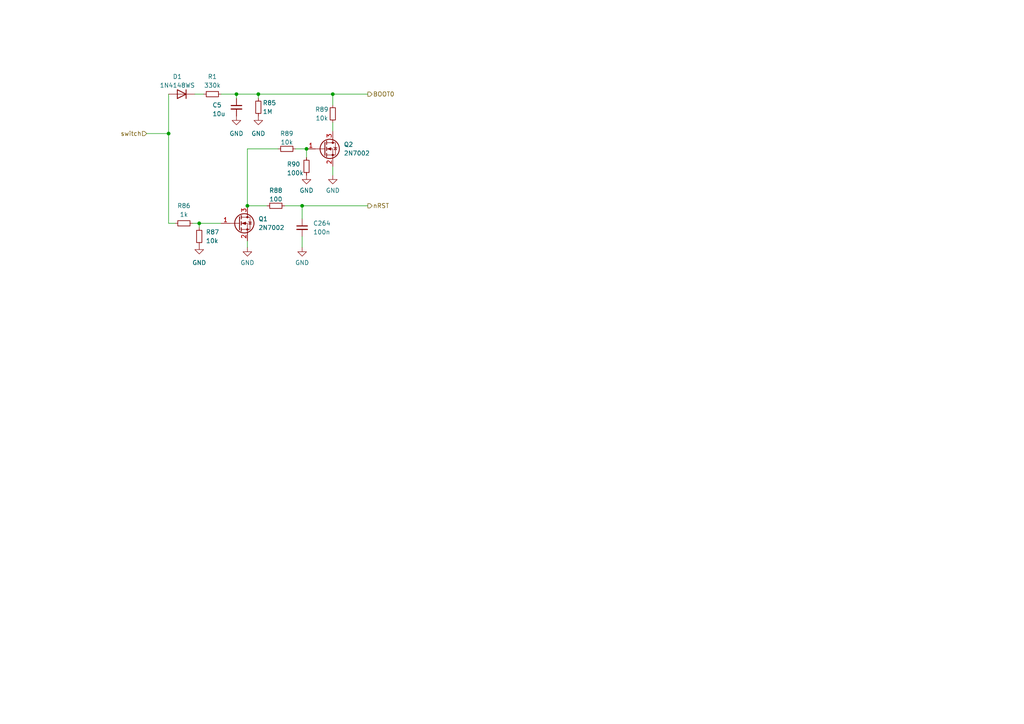
<source format=kicad_sch>
(kicad_sch (version 20230121) (generator eeschema)
  (paper "A4")
  (title_block (title "MoonBoard"))
  (lib_symbols
    (symbol "Device:C_Small" (pin_numbers hide) (pin_names (offset 0.254) hide)
      (property "Reference" "C" (at 0.254 1.778 0))
      (property "Value" "C_Small" (at 0.254 -2.032 0))
      (symbol "C_Small_0_1"
        (polyline (pts (xy -1.524 -0.508) (xy 1.524 -0.508)) (stroke (width 0.3302)))
        (polyline (pts (xy -1.524 0.508) (xy 1.524 0.508)) (stroke (width 0.3048)))
      )
      (symbol "C_Small_1_1"
        (pin passive line (at 0 2.54 270) (length 2.032) (name "~") (number "1"))
        (pin passive line (at 0 -2.54 90) (length 2.032) (name "~") (number "2"))
      )
    )
    (symbol "Device:R_Small" (pin_numbers hide) (pin_names (offset 0.254) hide)
      (property "Reference" "R" (at 0.762 0.508 0))
      (property "Value" "R_Small" (at 0.762 -1.016 0))
      (symbol "R_Small_0_1"
        (rectangle (start -0.762 1.778) (end 0.762 -1.778) (stroke (width 0.2032)))
      )
      (symbol "R_Small_1_1"
        (pin passive line (at 0 2.54 270) (length 0.762) (name "~") (number "1"))
        (pin passive line (at 0 -2.54 90) (length 0.762) (name "~") (number "2"))
      )
    )
    (symbol "Diode:1N4148WS" (pin_numbers hide) (pin_names hide)
      (property "Reference" "D" (at 0 2.54 0))
      (property "Value" "1N4148WS" (at 0 -2.54 0))
      (symbol "1N4148WS_0_1"
        (polyline (pts (xy -1.27 1.27) (xy -1.27 -1.27)) (stroke (width 0.254)))
        (polyline (pts (xy 1.27 0) (xy -1.27 0)))
        (polyline (pts (xy 1.27 1.27) (xy 1.27 -1.27) (xy -1.27 0) (xy 1.27 1.27)) (stroke (width 0.254)))
      )
      (symbol "1N4148WS_1_1"
        (pin passive line (at -3.81 0 0) (length 2.54) (name "K") (number "1"))
        (pin passive line (at 3.81 0 180) (length 2.54) (name "A") (number "2"))
      )
    )
    (symbol "Transistor_FET:2N7002" (pin_names hide)
      (property "Reference" "Q" (at 5.08 1.905 0))
      (property "Value" "2N7002" (at 5.08 0 0))
      (symbol "2N7002_0_1"
        (polyline (pts (xy 0.254 0) (xy -2.54 0)))
        (polyline (pts (xy 0.254 1.905) (xy 0.254 -1.905)) (stroke (width 0.254)))
        (polyline (pts (xy 0.762 -1.27) (xy 0.762 -2.286)) (stroke (width 0.254)))
        (polyline (pts (xy 0.762 0.508) (xy 0.762 -0.508)) (stroke (width 0.254)))
        (polyline (pts (xy 0.762 2.286) (xy 0.762 1.27)) (stroke (width 0.254)))
        (polyline (pts (xy 2.54 2.54) (xy 2.54 1.778)))
        (polyline (pts (xy 2.54 -2.54) (xy 2.54 0) (xy 0.762 0)))
        (polyline (pts (xy 0.762 -1.778) (xy 3.302 -1.778) (xy 3.302 1.778) (xy 0.762 1.778)))
        (polyline (pts (xy 1.016 0) (xy 2.032 0.381) (xy 2.032 -0.381) (xy 1.016 0)) (fill (type outline)))
        (polyline (pts (xy 2.794 0.508) (xy 2.921 0.381) (xy 3.683 0.381) (xy 3.81 0.254)))
        (polyline (pts (xy 3.302 0.381) (xy 2.921 -0.254) (xy 3.683 -0.254) (xy 3.302 0.381)))
        (circle (center 1.651 0) (radius 2.794) (stroke (width 0.254)))
        (circle (center 2.54 -1.778) (radius 0.254) (fill (type outline)))
        (circle (center 2.54 1.778) (radius 0.254) (fill (type outline)))
      )
      (symbol "2N7002_1_1"
        (pin input line (at -5.08 0 0) (length 2.54) (name "G") (number "1"))
        (pin passive line (at 2.54 -5.08 90) (length 2.54) (name "S") (number "2"))
        (pin passive line (at 2.54 5.08 270) (length 2.54) (name "D") (number "3"))
      )
    )
    (symbol "power:GND" (power) (pin_names (offset 0))
      (property "Value" "GND" (at 0 -3.81 0))
      (symbol "GND_0_1"
        (polyline (pts (xy 0 0) (xy 0 -1.27) (xy 1.27 -1.27) (xy 0 -2.54) (xy -1.27 -1.27) (xy 0 -1.27)))
      )
      (symbol "GND_1_1"
        (pin power_in line (at 0 0 270) (length 0) hide (name "GND") (number "1"))
      )
    )
  )
  (junction (at 57.785 64.77))
  (junction (at 88.9 43.18))
  (junction (at 96.52 27.305))
  (junction (at 71.755 59.69))
  (junction (at 48.895 38.735))
  (junction (at 87.63 59.69))
  (junction (at 74.93 27.305))
  (junction (at 68.58 27.305))
  (wire (pts (xy 74.93 27.305) (xy 68.58 27.305)))
  (wire (pts (xy 48.895 64.77) (xy 50.8 64.77)))
  (wire (pts (xy 82.55 59.69) (xy 87.63 59.69)))
  (wire (pts (xy 71.755 43.18) (xy 71.755 59.69)))
  (wire (pts (xy 96.52 27.305) (xy 106.68 27.305)))
  (wire (pts (xy 42.545 38.735) (xy 48.895 38.735)))
  (wire (pts (xy 71.755 43.18) (xy 80.645 43.18)))
  (wire (pts (xy 55.88 64.77) (xy 57.785 64.77)))
  (wire (pts (xy 85.725 43.18) (xy 88.9 43.18)))
  (wire (pts (xy 96.52 27.305) (xy 74.93 27.305)))
  (wire (pts (xy 96.52 50.8) (xy 96.52 48.26)))
  (wire (pts (xy 87.63 59.69) (xy 87.63 63.5)))
  (wire (pts (xy 71.755 71.755) (xy 71.755 69.85)))
  (wire (pts (xy 59.055 27.305) (xy 56.515 27.305)))
  (wire (pts (xy 57.785 64.77) (xy 64.135 64.77)))
  (wire (pts (xy 96.52 35.56) (xy 96.52 38.1)))
  (wire (pts (xy 48.895 27.305) (xy 48.895 38.735)))
  (wire (pts (xy 87.63 59.69) (xy 106.68 59.69)))
  (wire (pts (xy 87.63 68.58) (xy 87.63 71.755)))
  (wire (pts (xy 74.93 28.575) (xy 74.93 27.305)))
  (wire (pts (xy 88.9 45.72) (xy 88.9 43.18)))
  (wire (pts (xy 71.755 59.69) (xy 77.47 59.69)))
  (wire (pts (xy 57.785 64.77) (xy 57.785 66.04)))
  (wire (pts (xy 48.895 38.735) (xy 48.895 64.77)))
  (wire (pts (xy 68.58 27.305) (xy 68.58 28.575)))
  (wire (pts (xy 96.52 30.48) (xy 96.52 27.305)))
  (wire (pts (xy 64.135 27.305) (xy 68.58 27.305)))
  (hierarchical_label "nRST" (shape output) (at 106.68 59.69 0))
  (hierarchical_label "BOOT0" (shape output) (at 106.68 27.305 0))
  (hierarchical_label "switch" (shape input) (at 42.545 38.735 180))
  (symbol (lib_id "Device:R_Small") (at 83.185 43.18 90) (unit 1)
    (property "Reference" "R89" (at 83.185 38.735 90))
    (property "Value" "10k" (at 83.185 41.275 90))
    (property "Footprint" "Resistor_SMD:R_0402_1005Metric" (effects hide))
    (instances (project "KRYZBO HE" (path "" (reference "R89") (unit 1)) (path "" (reference "R94") (unit 1))))
  )
  (symbol (lib_id "Device:C_Small") (at 87.63 66.04 0) (unit 1)
    (property "Reference" "C264" (at 90.805 64.7763 0) (effects (justify left)))
    (property "Value" "100n" (at 90.805 67.3163 0) (effects (justify left)))
    (property "Footprint" "Capacitor_SMD:C_0402_1005Metric" (effects hide))
    (instances (project "KRYZBO HE" (path "" (reference "C264") (unit 1)) (path "" (reference "C184") (unit 1))))
  )
  (symbol (lib_id "Device:R_Small") (at 53.34 64.77 90) (unit 1)
    (property "Reference" "R86" (at 53.34 59.69 90))
    (property "Value" "1k" (at 53.34 62.23 90))
    (property "Footprint" "Resistor_SMD:R_0402_1005Metric" (effects hide))
    (instances (project "KRYZBO HE" (path "" (reference "R86") (unit 1)) (path "" (reference "R97") (unit 1))))
  )
  (symbol (lib_id "power:GND") (at 68.58 33.655 0) (unit 1)
    (property "Reference" "#PWR0381" (effects hide))
    (property "Value" "GND" (at 68.58 38.735 0))
  )
  (symbol (lib_id "Device:R_Small") (at 88.9 48.26 0) (unit 1)
    (property "Reference" "R90" (at 83.185 47.625 0) (effects (justify left)))
    (property "Value" "100k" (at 83.185 50.165 0) (effects (justify left)))
    (property "Footprint" "Resistor_SMD:R_0402_1005Metric" (effects hide))
    (instances (project "KRYZBO HE" (path "" (reference "R90") (unit 1)) (path "" (reference "R95") (unit 1))))
  )
  (symbol (lib_id "Device:C_Small") (at 68.58 31.115 0) (unit 1)
    (property "Reference" "C5" (at 61.595 30.48 0) (effects (justify left)))
    (property "Value" "10u" (at 61.595 33.02 0) (effects (justify left)))
    (property "Footprint" "Capacitor_SMD:C_1206_3216Metric" (effects hide))
    (instances (project "KRYZBO HE" (path "" (reference "C5") (unit 1)) (path "" (reference "C183") (unit 1))))
  )
  (symbol (lib_id "Device:R_Small") (at 80.01 59.69 90) (unit 1)
    (property "Reference" "R88" (at 80.01 55.245 90))
    (property "Value" "100" (at 80.01 57.785 90))
    (property "Footprint" "Resistor_SMD:R_0402_1005Metric" (effects hide))
    (instances (project "KRYZBO HE" (path "" (reference "R88") (unit 1)) (path "" (reference "R96") (unit 1))))
  )
  (symbol (lib_id "power:GND") (at 74.93 33.655 0) (unit 1)
    (property "Reference" "#PWR0382" (effects hide))
    (property "Value" "GND" (at 74.93 38.735 0))
  )
  (symbol (lib_id "power:GND") (at 88.9 50.8 0) (unit 1)
    (property "Reference" "#PWR0616" (effects hide))
    (property "Value" "GND" (at 88.9 55.245 0))
    (instances (project "KRYZBO HE" (path "" (reference "#PWR0616") (unit 1)) (path "" (reference "#PWR0383") (unit 1))))
  )
  (symbol (lib_id "power:GND") (at 57.785 71.12 0) (unit 1)
    (property "Reference" "#PWR0614" (effects hide))
    (property "Value" "GND" (at 57.785 76.2 0))
    (instances (project "KRYZBO HE" (path "" (reference "#PWR0614") (unit 1)) (path "" (reference "#PWR0385") (unit 1))))
  )
  (symbol (lib_id "Transistor_FET:2N7002") (at 69.215 64.77 0) (unit 1)
    (property "Reference" "Q1" (at 74.93 63.5 0) (effects (justify left)))
    (property "Value" "2N7002" (at 74.93 66.04 0) (effects (justify left)))
    (property "Footprint" "Package_TO_SOT_SMD:SOT-23" (effects hide))
    (property "Datasheet" "https://www.onsemi.com/pub/Collateral/NDS7002A-D.PDF" (effects hide))
    (instances (project "KRYZBO HE" (path "" (reference "Q1") (unit 1)) (path "" (reference "Q2") (unit 1))))
  )
  (symbol (lib_id "power:GND") (at 71.755 71.755 0) (unit 1)
    (property "Reference" "#PWR0613" (effects hide))
    (property "Value" "GND" (at 71.755 76.2 0))
    (instances (project "KRYZBO HE" (path "" (reference "#PWR0613") (unit 1)) (path "" (reference "#PWR0386") (unit 1))))
  )
  (symbol (lib_id "Device:R_Small") (at 96.52 33.02 180) (unit 1)
    (property "Reference" "R89" (at 93.345 31.75 0))
    (property "Value" "10k" (at 93.345 34.29 0))
    (property "Footprint" "Resistor_SMD:R_0402_1005Metric" (effects hide))
    (instances (project "KRYZBO HE" (path "" (reference "R89") (unit 1)) (path "" (reference "R93") (unit 1))))
  )
  (symbol (lib_id "power:GND") (at 96.52 50.8 0) (unit 1)
    (property "Reference" "#PWR0616" (effects hide))
    (property "Value" "GND" (at 96.52 55.245 0))
    (instances (project "KRYZBO HE" (path "" (reference "#PWR0616") (unit 1)) (path "" (reference "#PWR0384") (unit 1))))
  )
  (symbol (lib_id "Device:R_Small") (at 74.93 31.115 0) (unit 1)
    (property "Reference" "R85" (at 76.2 29.845 0) (effects (justify left)))
    (property "Value" "1M" (at 76.2 32.385 0) (effects (justify left)))
    (property "Footprint" "Resistor_SMD:R_0402_1005Metric" (effects hide))
    (instances (project "KRYZBO HE" (path "" (reference "R85") (unit 1)) (path "" (reference "R92") (unit 1))))
  )
  (symbol (lib_id "Device:R_Small") (at 57.785 68.58 0) (unit 1)
    (property "Reference" "R87" (at 59.69 67.31 0) (effects (justify left)))
    (property "Value" "10k" (at 59.69 69.85 0) (effects (justify left)))
    (property "Footprint" "Resistor_SMD:R_0402_1005Metric" (effects hide))
    (instances (project "KRYZBO HE" (path "" (reference "R87") (unit 1)) (path "" (reference "R98") (unit 1))))
  )
  (symbol (lib_id "Transistor_FET:2N7002") (at 93.98 43.18 0) (unit 1)
    (property "Reference" "Q2" (at 99.695 41.91 0) (effects (justify left)))
    (property "Value" "2N7002" (at 99.695 44.45 0) (effects (justify left)))
    (property "Footprint" "Package_TO_SOT_SMD:SOT-23" (effects hide))
    (property "Datasheet" "https://www.onsemi.com/pub/Collateral/NDS7002A-D.PDF" (effects hide))
    (instances (project "KRYZBO HE" (path "" (reference "Q2") (unit 1)) (path "" (reference "Q1") (unit 1))))
  )
  (symbol (lib_id "Device:R_Small") (at 61.595 27.305 90) (unit 1)
    (property "Reference" "R1" (at 61.595 22.225 90))
    (property "Value" "330k" (at 61.595 24.765 90))
    (property "Footprint" "Resistor_SMD:R_0603_1608Metric" (effects hide))
    (instances (project "KRYZBO HE" (path "" (reference "R1") (unit 1)) (path "" (reference "R91") (unit 1))))
  )
  (symbol (lib_id "power:GND") (at 87.63 71.755 0) (unit 1)
    (property "Reference" "#PWR0615" (effects hide))
    (property "Value" "GND" (at 87.63 76.2 0))
    (instances (project "KRYZBO HE" (path "" (reference "#PWR0615") (unit 1)) (path "" (reference "#PWR0387") (unit 1))))
  )
  (symbol (lib_id "Diode:1N4148WS") (at 52.705 27.305 180) (unit 1)
    (property "Reference" "D1" (at 51.435 22.225 0))
    (property "Value" "1N4148WS" (at 51.435 24.765 0))
    (property "Footprint" "Diode_SMD:D_SOD-323" (effects hide))
    (property "Datasheet" "https://www.vishay.com/docs/85751/1n4148ws.pdf" (effects hide))
    (property "Sim.Device" "D" (effects hide))
    (property "Sim.Pins" "1=K 2=A" (effects hide))
  )
)
</source>
